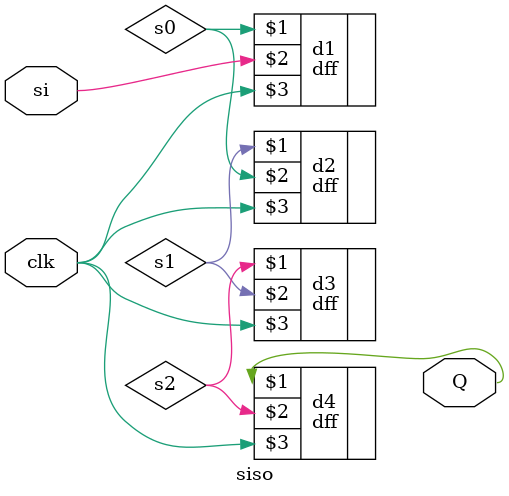
<source format=v>
module siso(output Q, input clk,si);
  wire s0,s1,s2;
  dff d1(s0,si,clk);
  dff d2(s1,s0,clk);
  dff d3(s2,s1,clk);
  dff d4(Q,s2,clk);
endmodule

</source>
